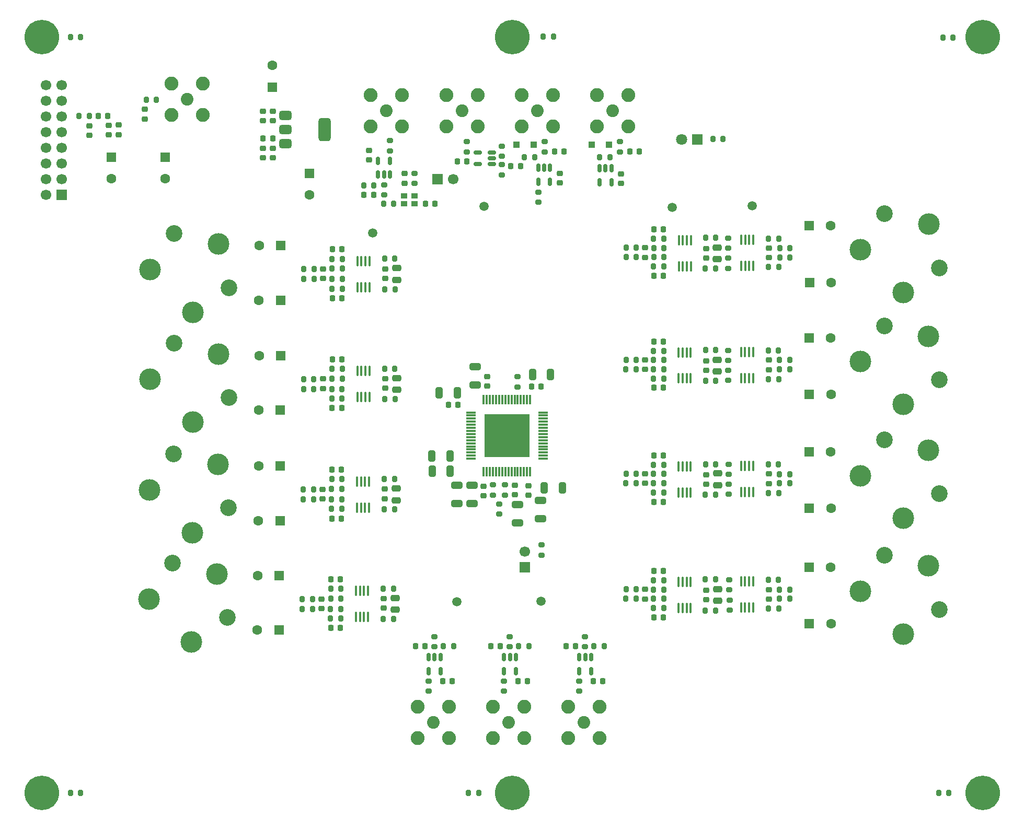
<source format=gbr>
%TF.GenerationSoftware,KiCad,Pcbnew,9.0.1*%
%TF.CreationDate,2025-06-08T13:48:49-07:00*%
%TF.ProjectId,pcm3168a_euro1,70636d33-3136-4386-915f-6575726f312e,rev?*%
%TF.SameCoordinates,Original*%
%TF.FileFunction,Soldermask,Top*%
%TF.FilePolarity,Negative*%
%FSLAX46Y46*%
G04 Gerber Fmt 4.6, Leading zero omitted, Abs format (unit mm)*
G04 Created by KiCad (PCBNEW 9.0.1) date 2025-06-08 13:48:49*
%MOMM*%
%LPD*%
G01*
G04 APERTURE LIST*
G04 Aperture macros list*
%AMRoundRect*
0 Rectangle with rounded corners*
0 $1 Rounding radius*
0 $2 $3 $4 $5 $6 $7 $8 $9 X,Y pos of 4 corners*
0 Add a 4 corners polygon primitive as box body*
4,1,4,$2,$3,$4,$5,$6,$7,$8,$9,$2,$3,0*
0 Add four circle primitives for the rounded corners*
1,1,$1+$1,$2,$3*
1,1,$1+$1,$4,$5*
1,1,$1+$1,$6,$7*
1,1,$1+$1,$8,$9*
0 Add four rect primitives between the rounded corners*
20,1,$1+$1,$2,$3,$4,$5,0*
20,1,$1+$1,$4,$5,$6,$7,0*
20,1,$1+$1,$6,$7,$8,$9,0*
20,1,$1+$1,$8,$9,$2,$3,0*%
G04 Aperture macros list end*
%ADD10C,0.000000*%
%ADD11R,1.600000X1.600000*%
%ADD12C,1.600000*%
%ADD13RoundRect,0.200000X0.200000X0.275000X-0.200000X0.275000X-0.200000X-0.275000X0.200000X-0.275000X0*%
%ADD14RoundRect,0.200000X-0.200000X-0.275000X0.200000X-0.275000X0.200000X0.275000X-0.200000X0.275000X0*%
%ADD15RoundRect,0.150000X-0.150000X0.512500X-0.150000X-0.512500X0.150000X-0.512500X0.150000X0.512500X0*%
%ADD16RoundRect,0.200000X0.275000X-0.200000X0.275000X0.200000X-0.275000X0.200000X-0.275000X-0.200000X0*%
%ADD17RoundRect,0.250000X-0.650000X0.325000X-0.650000X-0.325000X0.650000X-0.325000X0.650000X0.325000X0*%
%ADD18RoundRect,0.225000X0.250000X-0.225000X0.250000X0.225000X-0.250000X0.225000X-0.250000X-0.225000X0*%
%ADD19RoundRect,0.225000X-0.225000X-0.250000X0.225000X-0.250000X0.225000X0.250000X-0.225000X0.250000X0*%
%ADD20C,3.500000*%
%ADD21C,2.700000*%
%ADD22RoundRect,0.225000X-0.250000X0.225000X-0.250000X-0.225000X0.250000X-0.225000X0.250000X0.225000X0*%
%ADD23RoundRect,0.250000X-0.475000X0.250000X-0.475000X-0.250000X0.475000X-0.250000X0.475000X0.250000X0*%
%ADD24RoundRect,0.200000X-0.275000X0.200000X-0.275000X-0.200000X0.275000X-0.200000X0.275000X0.200000X0*%
%ADD25C,2.050000*%
%ADD26C,2.250000*%
%ADD27C,5.600000*%
%ADD28RoundRect,0.225000X0.225000X0.250000X-0.225000X0.250000X-0.225000X-0.250000X0.225000X-0.250000X0*%
%ADD29RoundRect,0.100000X0.100000X-0.712500X0.100000X0.712500X-0.100000X0.712500X-0.100000X-0.712500X0*%
%ADD30RoundRect,0.250000X0.650000X-0.325000X0.650000X0.325000X-0.650000X0.325000X-0.650000X-0.325000X0*%
%ADD31R,1.700000X1.700000*%
%ADD32C,1.700000*%
%ADD33R,1.100000X0.900000*%
%ADD34C,1.500000*%
%ADD35RoundRect,0.218750X-0.218750X-0.256250X0.218750X-0.256250X0.218750X0.256250X-0.218750X0.256250X0*%
%ADD36RoundRect,0.250000X0.325000X0.650000X-0.325000X0.650000X-0.325000X-0.650000X0.325000X-0.650000X0*%
%ADD37R,0.299999X1.649999*%
%ADD38R,1.649999X0.299999*%
%ADD39C,3.352800*%
%ADD40RoundRect,0.375000X-0.625000X-0.375000X0.625000X-0.375000X0.625000X0.375000X-0.625000X0.375000X0*%
%ADD41RoundRect,0.500000X-0.500000X-1.400000X0.500000X-1.400000X0.500000X1.400000X-0.500000X1.400000X0*%
%ADD42RoundRect,0.250000X-0.325000X-0.650000X0.325000X-0.650000X0.325000X0.650000X-0.325000X0.650000X0*%
%ADD43RoundRect,0.150000X0.512500X0.150000X-0.512500X0.150000X-0.512500X-0.150000X0.512500X-0.150000X0*%
%ADD44RoundRect,0.150000X0.150000X-0.512500X0.150000X0.512500X-0.150000X0.512500X-0.150000X-0.512500X0*%
%ADD45RoundRect,0.250000X0.300000X0.300000X-0.300000X0.300000X-0.300000X-0.300000X0.300000X-0.300000X0*%
%ADD46R,1.800000X1.800000*%
%ADD47C,1.800000*%
G04 APERTURE END LIST*
D10*
%TO.C,U1*%
G36*
X170258030Y-132739871D02*
G01*
X170264596Y-132741863D01*
X170270646Y-132745096D01*
X170275950Y-132749450D01*
X170280303Y-132754753D01*
X170283537Y-132760804D01*
X170285528Y-132767370D01*
X170286201Y-132774200D01*
X170286201Y-139704198D01*
X170285528Y-139711028D01*
X170283537Y-139717594D01*
X170280303Y-139723645D01*
X170275950Y-139728948D01*
X170270646Y-139733302D01*
X170264596Y-139736535D01*
X170258030Y-139738527D01*
X170251200Y-139739200D01*
X163061202Y-139739200D01*
X163054372Y-139738527D01*
X163047806Y-139736535D01*
X163041756Y-139733302D01*
X163036452Y-139728948D01*
X163032099Y-139723645D01*
X163028865Y-139717594D01*
X163026874Y-139711028D01*
X163026201Y-139704198D01*
X163026201Y-132774200D01*
X163026874Y-132767370D01*
X163028865Y-132760804D01*
X163032099Y-132754753D01*
X163036452Y-132749450D01*
X163041756Y-132745096D01*
X163047806Y-132741863D01*
X163054372Y-132739871D01*
X163061202Y-132739198D01*
X170251200Y-132739198D01*
X170258030Y-132739871D01*
G37*
%TD*%
D11*
%TO.C,C80*%
X129792400Y-158939501D03*
D12*
X126292400Y-158939501D03*
%TD*%
D11*
%TO.C,C119*%
X215633300Y-166763700D03*
D12*
X219133300Y-166763700D03*
%TD*%
D13*
%TO.C,R6*%
X238899200Y-71729600D03*
X237249200Y-71729600D03*
%TD*%
%TO.C,R69*%
X139894600Y-148145999D03*
X138244600Y-148145999D03*
%TD*%
D14*
%TO.C,R81*%
X146651000Y-165975300D03*
X148301000Y-165975300D03*
%TD*%
D15*
%TO.C,U8*%
X168094700Y-172128600D03*
X167144700Y-172128600D03*
X166194700Y-172128600D03*
X166194700Y-174403600D03*
X168094700Y-174403600D03*
%TD*%
D16*
%TO.C,R106*%
X202514200Y-127317000D03*
X202514200Y-125667000D03*
%TD*%
D13*
%TO.C,R8*%
X238238800Y-194183000D03*
X236588800Y-194183000D03*
%TD*%
%TO.C,R51*%
X139950600Y-130251699D03*
X138300600Y-130251699D03*
%TD*%
D17*
%TO.C,C7*%
X172132600Y-146744198D03*
X172132600Y-149694198D03*
%TD*%
D14*
%TO.C,R23*%
X181694100Y-91099700D03*
X183344100Y-91099700D03*
%TD*%
D11*
%TO.C,C46*%
X134696700Y-93752900D03*
D12*
X134696700Y-97252900D03*
%TD*%
D18*
%TO.C,C92*%
X198931300Y-107479200D03*
X198931300Y-105929200D03*
%TD*%
D19*
%TO.C,C77*%
X138294800Y-149695399D03*
X139844800Y-149695399D03*
%TD*%
D20*
%TO.C,J21*%
X119855000Y-140907000D03*
D21*
X121565000Y-147977000D03*
D20*
X115745000Y-151957000D03*
X108805000Y-145017000D03*
D21*
X112685000Y-139197000D03*
%TD*%
D18*
%TO.C,C4*%
X167941600Y-145808598D03*
X167941600Y-144258598D03*
%TD*%
D11*
%TO.C,C102*%
X215582500Y-120383300D03*
D12*
X219082500Y-120383300D03*
%TD*%
D14*
%TO.C,R36*%
X143467100Y-95697100D03*
X145117100Y-95697100D03*
%TD*%
D22*
%TO.C,C82*%
X136630200Y-162711100D03*
X136630200Y-164261100D03*
%TD*%
D13*
%TO.C,R77*%
X139728000Y-165899100D03*
X138078000Y-165899100D03*
%TD*%
D23*
%TO.C,C93*%
X200685400Y-105741200D03*
X200685400Y-107641200D03*
%TD*%
D24*
%TO.C,R105*%
X202463400Y-122415800D03*
X202463400Y-124065800D03*
%TD*%
D13*
%TO.C,R100*%
X192046900Y-126998500D03*
X190396900Y-126998500D03*
%TD*%
D11*
%TO.C,C74*%
X129908200Y-150025599D03*
D12*
X126408200Y-150025599D03*
%TD*%
D25*
%TO.C,J9*%
X183801300Y-83555900D03*
D26*
X186341300Y-81015900D03*
X181261300Y-81015900D03*
X186341300Y-86095900D03*
X181261300Y-86095900D03*
%TD*%
D27*
%TO.C,H6*%
X243700300Y-194171100D03*
%TD*%
D13*
%TO.C,R38*%
X148316500Y-98694300D03*
X146666500Y-98694300D03*
%TD*%
%TO.C,R82*%
X187615100Y-105802200D03*
X185965100Y-105802200D03*
%TD*%
%TO.C,R66*%
X135335800Y-144971000D03*
X133685800Y-144971000D03*
%TD*%
D28*
%TO.C,C90*%
X192023100Y-102830400D03*
X190473100Y-102830400D03*
%TD*%
D29*
%TO.C,U20*%
X194465300Y-145443200D03*
X195115300Y-145443200D03*
X195765300Y-145443200D03*
X196415300Y-145443200D03*
X196415300Y-141218200D03*
X195765300Y-141218200D03*
X195115300Y-141218200D03*
X194465300Y-141218200D03*
%TD*%
D13*
%TO.C,R70*%
X139920000Y-144894800D03*
X138270000Y-144894800D03*
%TD*%
D28*
%TO.C,C23*%
X153402300Y-170390400D03*
X151852300Y-170390400D03*
%TD*%
D13*
%TO.C,R101*%
X192060100Y-124001300D03*
X190410100Y-124001300D03*
%TD*%
D29*
%TO.C,U17*%
X204611100Y-108767100D03*
X205261100Y-108767100D03*
X205911100Y-108767100D03*
X206561100Y-108767100D03*
X206561100Y-104542100D03*
X205911100Y-104542100D03*
X205261100Y-104542100D03*
X204611100Y-104542100D03*
%TD*%
D13*
%TO.C,R111*%
X187589700Y-142441700D03*
X185939700Y-142441700D03*
%TD*%
D24*
%TO.C,R33*%
X153985900Y-176030200D03*
X153985900Y-177680200D03*
%TD*%
D14*
%TO.C,R108*%
X209015100Y-127114300D03*
X210665100Y-127114300D03*
%TD*%
D11*
%TO.C,C73*%
X129959000Y-141186400D03*
D12*
X126459000Y-141186400D03*
%TD*%
D15*
%TO.C,U5*%
X155890900Y-172128600D03*
X154940900Y-172128600D03*
X153990900Y-172128600D03*
X153990900Y-174403600D03*
X155890900Y-174403600D03*
%TD*%
D13*
%TO.C,R124*%
X212457300Y-143979900D03*
X210807300Y-143979900D03*
%TD*%
D14*
%TO.C,R2*%
X138342000Y-107607600D03*
X139992000Y-107607600D03*
%TD*%
D16*
%TO.C,R90*%
X164376000Y-145884400D03*
X164376000Y-144234400D03*
%TD*%
D14*
%TO.C,R104*%
X198819000Y-127355600D03*
X200469000Y-127355600D03*
%TD*%
D13*
%TO.C,R128*%
X192046900Y-164184100D03*
X190396900Y-164184100D03*
%TD*%
D19*
%TO.C,C84*%
X138128200Y-167448500D03*
X139678200Y-167448500D03*
%TD*%
D13*
%TO.C,R48*%
X135391800Y-127076700D03*
X133741800Y-127076700D03*
%TD*%
D16*
%TO.C,R134*%
X202717400Y-164553400D03*
X202717400Y-162903400D03*
%TD*%
D11*
%TO.C,C42*%
X102577900Y-91123500D03*
D12*
X102577900Y-94623500D03*
%TD*%
D14*
%TO.C,R76*%
X138104400Y-161073101D03*
X139754400Y-161073101D03*
%TD*%
D20*
%TO.C,J26*%
X234957900Y-138619500D03*
D21*
X236667900Y-145689500D03*
D20*
X230847900Y-149669500D03*
X223907900Y-142729500D03*
D21*
X227787900Y-136909500D03*
%TD*%
D19*
%TO.C,C98*%
X190447700Y-128497100D03*
X191997700Y-128497100D03*
%TD*%
D14*
%TO.C,R118*%
X198793600Y-145796000D03*
X200443600Y-145796000D03*
%TD*%
D13*
%TO.C,R114*%
X192046900Y-145464300D03*
X190396900Y-145464300D03*
%TD*%
D27*
%TO.C,H1*%
X91300300Y-71667100D03*
%TD*%
D14*
%TO.C,R29*%
X169502100Y-91099700D03*
X171152100Y-91099700D03*
%TD*%
%TO.C,R59*%
X133743600Y-110858799D03*
X135393600Y-110858799D03*
%TD*%
D30*
%TO.C,C1*%
X161515400Y-128056998D03*
X161515400Y-125106998D03*
%TD*%
D24*
%TO.C,R30*%
X171761700Y-96764900D03*
X171761700Y-98414900D03*
%TD*%
D14*
%TO.C,R99*%
X190396900Y-122502700D03*
X192046900Y-122502700D03*
%TD*%
D28*
%TO.C,C19*%
X177798100Y-170390400D03*
X176248100Y-170390400D03*
%TD*%
%TO.C,C5*%
X172184000Y-128281998D03*
X170634000Y-128281998D03*
%TD*%
D22*
%TO.C,C44*%
X108038900Y-83351100D03*
X108038900Y-84901100D03*
%TD*%
D31*
%TO.C,J8*%
X169595800Y-157561200D03*
D32*
X169595800Y-155021200D03*
%TD*%
D24*
%TO.C,R24*%
X168389200Y-126721600D03*
X168389200Y-128371600D03*
%TD*%
D25*
%TO.C,J10*%
X179149100Y-182733500D03*
D26*
X176609100Y-185273500D03*
X181689100Y-185273500D03*
X176609100Y-180193500D03*
X181689100Y-180193500D03*
%TD*%
D29*
%TO.C,U22*%
X194465300Y-164163000D03*
X195115300Y-164163000D03*
X195765300Y-164163000D03*
X196415300Y-164163000D03*
X196415300Y-159938000D03*
X195765300Y-159938000D03*
X195115300Y-159938000D03*
X194465300Y-159938000D03*
%TD*%
D13*
%TO.C,R115*%
X192060100Y-142467100D03*
X190410100Y-142467100D03*
%TD*%
D16*
%TO.C,R35*%
X146742700Y-97220100D03*
X146742700Y-95570100D03*
%TD*%
D33*
%TO.C,Y1*%
X151693900Y-97373500D03*
X149993900Y-97373500D03*
X149993900Y-98673500D03*
X151693900Y-98673500D03*
%TD*%
D16*
%TO.C,R94*%
X202463400Y-109130600D03*
X202463400Y-107480600D03*
%TD*%
D25*
%TO.C,J11*%
X171609300Y-83555900D03*
D26*
X174149300Y-81015900D03*
X169069300Y-81015900D03*
X174149300Y-86095900D03*
X169069300Y-86095900D03*
%TD*%
D23*
%TO.C,C86*%
X148568200Y-162573900D03*
X148568200Y-164473900D03*
%TD*%
D34*
%TO.C,TP4*%
X162941000Y-99110800D03*
%TD*%
D13*
%TO.C,R109*%
X212456300Y-124015500D03*
X210806300Y-124015500D03*
%TD*%
D28*
%TO.C,C29*%
X165606100Y-170390400D03*
X164056100Y-170390400D03*
%TD*%
D19*
%TO.C,C17*%
X186543900Y-90159900D03*
X188093900Y-90159900D03*
%TD*%
D13*
%TO.C,R125*%
X187589700Y-161161500D03*
X185939700Y-161161500D03*
%TD*%
D19*
%TO.C,C114*%
X190447700Y-165682700D03*
X191997700Y-165682700D03*
%TD*%
D18*
%TO.C,C85*%
X146714000Y-164223300D03*
X146714000Y-162673300D03*
%TD*%
D13*
%TO.C,R137*%
X212456300Y-161201100D03*
X210806300Y-161201100D03*
%TD*%
D35*
%TO.C,L1*%
X100444100Y-84443300D03*
X102019100Y-84443300D03*
%TD*%
D14*
%TO.C,R3*%
X95974400Y-71653400D03*
X97624400Y-71653400D03*
%TD*%
D24*
%TO.C,R22*%
X184995100Y-88586100D03*
X184995100Y-90236100D03*
%TD*%
D19*
%TO.C,C39*%
X138350800Y-131801099D03*
X139900800Y-131801099D03*
%TD*%
D20*
%TO.C,J24*%
X234983300Y-101980000D03*
D21*
X236693300Y-109050000D03*
D20*
X230873300Y-113030000D03*
X223933300Y-106090000D03*
D21*
X227813300Y-100270000D03*
%TD*%
D20*
%TO.C,J22*%
X119688400Y-158660101D03*
D21*
X121398400Y-165730101D03*
D20*
X115578400Y-169710101D03*
X108638400Y-162770101D03*
D21*
X112518400Y-156950101D03*
%TD*%
D18*
%TO.C,C78*%
X146880600Y-146470199D03*
X146880600Y-144920199D03*
%TD*%
D27*
%TO.C,H5*%
X167500300Y-194171100D03*
%TD*%
D13*
%TO.C,R87*%
X192097700Y-107326200D03*
X190447700Y-107326200D03*
%TD*%
D14*
%TO.C,R65*%
X146888600Y-112509799D03*
X148538600Y-112509799D03*
%TD*%
D28*
%TO.C,C32*%
X139928800Y-106032800D03*
X138378800Y-106032800D03*
%TD*%
D34*
%TO.C,TP3*%
X193471800Y-99237800D03*
%TD*%
D11*
%TO.C,C87*%
X215607900Y-102209600D03*
D12*
X219107900Y-102209600D03*
%TD*%
D25*
%TO.C,J19*%
X114820700Y-81700100D03*
D26*
X112280700Y-79160100D03*
X112280700Y-84240100D03*
X117360700Y-79160100D03*
X117360700Y-84240100D03*
%TD*%
D14*
%TO.C,R92*%
X209040500Y-108940600D03*
X210690500Y-108940600D03*
%TD*%
D19*
%TO.C,C10*%
X157171400Y-131279198D03*
X158721400Y-131279198D03*
%TD*%
D13*
%TO.C,R52*%
X139976000Y-127000500D03*
X138326000Y-127000500D03*
%TD*%
D29*
%TO.C,U18*%
X194465300Y-126977400D03*
X195115300Y-126977400D03*
X195765300Y-126977400D03*
X196415300Y-126977400D03*
X196415300Y-122752400D03*
X195765300Y-122752400D03*
X195115300Y-122752400D03*
X194465300Y-122752400D03*
%TD*%
D19*
%TO.C,C24*%
X156220500Y-176080000D03*
X157770500Y-176080000D03*
%TD*%
D28*
%TO.C,C113*%
X191997700Y-158189700D03*
X190447700Y-158189700D03*
%TD*%
D14*
%TO.C,R73*%
X146817600Y-148222199D03*
X148467600Y-148222199D03*
%TD*%
D24*
%TO.C,R119*%
X202615800Y-140881600D03*
X202615800Y-142531600D03*
%TD*%
D13*
%TO.C,R116*%
X192072300Y-143965700D03*
X190422300Y-143965700D03*
%TD*%
D17*
%TO.C,C2*%
X168373400Y-147458998D03*
X168373400Y-150408998D03*
%TD*%
D36*
%TO.C,C15*%
X157481800Y-142011400D03*
X154531800Y-142011400D03*
%TD*%
D24*
%TO.C,R31*%
X154900300Y-168816600D03*
X154900300Y-170466600D03*
%TD*%
D13*
%TO.C,R95*%
X212481700Y-105841800D03*
X210831700Y-105841800D03*
%TD*%
D14*
%TO.C,R126*%
X185927500Y-162685500D03*
X187577500Y-162685500D03*
%TD*%
D16*
%TO.C,R44*%
X160184700Y-90259200D03*
X160184700Y-88609200D03*
%TD*%
D22*
%TO.C,C49*%
X102120700Y-85941300D03*
X102120700Y-87491300D03*
%TD*%
D24*
%TO.C,R133*%
X202692000Y-159601400D03*
X202692000Y-161251400D03*
%TD*%
D13*
%TO.C,R138*%
X212457300Y-162699700D03*
X210807300Y-162699700D03*
%TD*%
D18*
%TO.C,C22*%
X175190700Y-95291300D03*
X175190700Y-93741300D03*
%TD*%
%TO.C,C115*%
X198905900Y-162838500D03*
X198905900Y-161288500D03*
%TD*%
D13*
%TO.C,R61*%
X139965600Y-112433599D03*
X138315600Y-112433599D03*
%TD*%
D20*
%TO.C,J25*%
X234957900Y-120153700D03*
D21*
X236667900Y-127223700D03*
D20*
X230847900Y-131203700D03*
X223907900Y-124263700D03*
D21*
X227787900Y-118443700D03*
%TD*%
D18*
%TO.C,C40*%
X146936600Y-128575899D03*
X146936600Y-127025899D03*
%TD*%
%TO.C,C18*%
X185152200Y-95385800D03*
X185152200Y-93835800D03*
%TD*%
D22*
%TO.C,C47*%
X103771700Y-85915900D03*
X103771700Y-87465900D03*
%TD*%
D25*
%TO.C,J14*%
X166957100Y-182733500D03*
D26*
X164417100Y-185273500D03*
X169497100Y-185273500D03*
X164417100Y-180193500D03*
X169497100Y-180193500D03*
%TD*%
D28*
%TO.C,C38*%
X139913800Y-123850900D03*
X138363800Y-123850900D03*
%TD*%
D34*
%TO.C,TP2*%
X206349600Y-99009200D03*
%TD*%
D37*
%TO.C,U1*%
X162906201Y-142064199D03*
X163406202Y-142064199D03*
X163906201Y-142064199D03*
X164406200Y-142064199D03*
X164906202Y-142064199D03*
X165406201Y-142064199D03*
X165906200Y-142064199D03*
X166406201Y-142064199D03*
X166906201Y-142064199D03*
X167406202Y-142064199D03*
X167906201Y-142064199D03*
X168406200Y-142064199D03*
X168906202Y-142064199D03*
X169406201Y-142064199D03*
X169906202Y-142064199D03*
X170406201Y-142064199D03*
D38*
X172481201Y-139989199D03*
X172481201Y-139489198D03*
X172481201Y-138989199D03*
X172481201Y-138489200D03*
X172481201Y-137989198D03*
X172481201Y-137489199D03*
X172481201Y-136989200D03*
X172481201Y-136489199D03*
X172481201Y-135989199D03*
X172481201Y-135489198D03*
X172481201Y-134989199D03*
X172481201Y-134489200D03*
X172481201Y-133989198D03*
X172481201Y-133489199D03*
X172481201Y-132989198D03*
X172481201Y-132489199D03*
D37*
X170406201Y-130414199D03*
X169906202Y-130414199D03*
X169406201Y-130414199D03*
X168906202Y-130414199D03*
X168406200Y-130414199D03*
X167906201Y-130414199D03*
X167406202Y-130414199D03*
X166906201Y-130414199D03*
X166406201Y-130414199D03*
X165906200Y-130414199D03*
X165406201Y-130414199D03*
X164906202Y-130414199D03*
X164406200Y-130414199D03*
X163906201Y-130414199D03*
X163406202Y-130414199D03*
X162906201Y-130414199D03*
D38*
X160831201Y-132489199D03*
X160831201Y-132989198D03*
X160831201Y-133489199D03*
X160831201Y-133989198D03*
X160831201Y-134489200D03*
X160831201Y-134989199D03*
X160831201Y-135489198D03*
X160831201Y-135989199D03*
X160831201Y-136489199D03*
X160831201Y-136989200D03*
X160831201Y-137489199D03*
X160831201Y-137989198D03*
X160831201Y-138489200D03*
X160831201Y-138989199D03*
X160831201Y-139489198D03*
X160831201Y-139989199D03*
D39*
X164956201Y-134639199D03*
%TD*%
D16*
%TO.C,R37*%
X147707900Y-90082700D03*
X147707900Y-88432700D03*
%TD*%
D22*
%TO.C,C89*%
X189025300Y-105801600D03*
X189025300Y-107351600D03*
%TD*%
%TO.C,C48*%
X128778700Y-89643800D03*
X128778700Y-91193800D03*
%TD*%
D28*
%TO.C,C97*%
X191997700Y-121004100D03*
X190447700Y-121004100D03*
%TD*%
D24*
%TO.C,R19*%
X172237400Y-153988000D03*
X172237400Y-155638000D03*
%TD*%
D14*
%TO.C,R57*%
X108217700Y-81827100D03*
X109867700Y-81827100D03*
%TD*%
D13*
%TO.C,R72*%
X148442200Y-143269200D03*
X146792200Y-143269200D03*
%TD*%
D25*
%TO.C,J12*%
X154753300Y-182733500D03*
D26*
X152213300Y-185273500D03*
X157293300Y-185273500D03*
X152213300Y-180193500D03*
X157293300Y-180193500D03*
%TD*%
D14*
%TO.C,R136*%
X209015100Y-164299900D03*
X210665100Y-164299900D03*
%TD*%
D40*
%TO.C,U12*%
X130810100Y-84340900D03*
X130810100Y-86640900D03*
X130810100Y-88940900D03*
D41*
X137110100Y-86640900D03*
%TD*%
D24*
%TO.C,R43*%
X165868900Y-89334900D03*
X165868900Y-90984900D03*
%TD*%
D18*
%TO.C,C9*%
X162887000Y-145974598D03*
X162887000Y-144424598D03*
%TD*%
D11*
%TO.C,C31*%
X130030000Y-105474000D03*
D12*
X126530000Y-105474000D03*
%TD*%
D13*
%TO.C,R110*%
X212457300Y-125514100D03*
X210807300Y-125514100D03*
%TD*%
D28*
%TO.C,C26*%
X145066900Y-97221100D03*
X143516900Y-97221100D03*
%TD*%
%TO.C,C34*%
X160172400Y-91770200D03*
X158622400Y-91770200D03*
%TD*%
D18*
%TO.C,C95*%
X209091300Y-107378800D03*
X209091300Y-105828800D03*
%TD*%
D24*
%TO.C,R41*%
X166189700Y-176030200D03*
X166189700Y-177680200D03*
%TD*%
D14*
%TO.C,R84*%
X190422300Y-104329000D03*
X192072300Y-104329000D03*
%TD*%
D29*
%TO.C,U19*%
X204585700Y-126940800D03*
X205235700Y-126940800D03*
X205885700Y-126940800D03*
X206535700Y-126940800D03*
X206535700Y-122715800D03*
X205885700Y-122715800D03*
X205235700Y-122715800D03*
X204585700Y-122715800D03*
%TD*%
D19*
%TO.C,C33*%
X167291300Y-92572900D03*
X168841300Y-92572900D03*
%TD*%
D16*
%TO.C,R20*%
X166331800Y-145884400D03*
X166331800Y-144234400D03*
%TD*%
D14*
%TO.C,R83*%
X185952900Y-107326200D03*
X187602900Y-107326200D03*
%TD*%
D13*
%TO.C,R80*%
X148275600Y-161022301D03*
X146625600Y-161022301D03*
%TD*%
%TO.C,R96*%
X212482700Y-107340400D03*
X210832700Y-107340400D03*
%TD*%
%TO.C,R71*%
X139907800Y-146596599D03*
X138257800Y-146596599D03*
%TD*%
%TO.C,R64*%
X148513200Y-107556800D03*
X146863200Y-107556800D03*
%TD*%
%TO.C,R85*%
X192072300Y-108824800D03*
X190422300Y-108824800D03*
%TD*%
%TO.C,R58*%
X135406800Y-109258600D03*
X133756800Y-109258600D03*
%TD*%
D24*
%TO.C,R25*%
X179296100Y-168816600D03*
X179296100Y-170466600D03*
%TD*%
D13*
%TO.C,R121*%
X210640700Y-140931900D03*
X208990700Y-140931900D03*
%TD*%
%TO.C,R26*%
X182419300Y-170390400D03*
X180769300Y-170390400D03*
%TD*%
D42*
%TO.C,C8*%
X170782800Y-126326198D03*
X173732800Y-126326198D03*
%TD*%
D13*
%TO.C,R54*%
X148498200Y-125374900D03*
X146848200Y-125374900D03*
%TD*%
D18*
%TO.C,C94*%
X150050500Y-95327500D03*
X150050500Y-93777500D03*
%TD*%
D24*
%TO.C,R28*%
X172803100Y-88586100D03*
X172803100Y-90236100D03*
%TD*%
D13*
%TO.C,R40*%
X170227300Y-170390400D03*
X168577300Y-170390400D03*
%TD*%
D14*
%TO.C,R50*%
X138327000Y-125425700D03*
X139977000Y-125425700D03*
%TD*%
D11*
%TO.C,C88*%
X215658700Y-111404400D03*
D12*
X219158700Y-111404400D03*
%TD*%
D25*
%TO.C,J15*%
X159417300Y-83555900D03*
D26*
X161957300Y-81015900D03*
X156877300Y-81015900D03*
X161957300Y-86095900D03*
X156877300Y-86095900D03*
%TD*%
D18*
%TO.C,C107*%
X198905900Y-144118700D03*
X198905900Y-142568700D03*
%TD*%
D24*
%TO.C,R34*%
X151676100Y-93727700D03*
X151676100Y-95377700D03*
%TD*%
D28*
%TO.C,C105*%
X191997700Y-139469900D03*
X190447700Y-139469900D03*
%TD*%
D29*
%TO.C,U13*%
X142434800Y-112183899D03*
X143084800Y-112183899D03*
X143734800Y-112183899D03*
X144384800Y-112183899D03*
X144384800Y-107958899D03*
X143734800Y-107958899D03*
X143084800Y-107958899D03*
X142434800Y-107958899D03*
%TD*%
D13*
%TO.C,R88*%
X200469000Y-104190800D03*
X198819000Y-104190800D03*
%TD*%
D20*
%TO.C,J17*%
X119911000Y-123012700D03*
D21*
X121621000Y-130082700D03*
D20*
X115801000Y-134062700D03*
X108861000Y-127122700D03*
D21*
X112741000Y-121302700D03*
%TD*%
D29*
%TO.C,U23*%
X204585700Y-164126400D03*
X205235700Y-164126400D03*
X205885700Y-164126400D03*
X206535700Y-164126400D03*
X206535700Y-159901400D03*
X205885700Y-159901400D03*
X205235700Y-159901400D03*
X204585700Y-159901400D03*
%TD*%
D13*
%TO.C,R32*%
X158023500Y-170390400D03*
X156373500Y-170390400D03*
%TD*%
%TO.C,R131*%
X200443600Y-159562800D03*
X198793600Y-159562800D03*
%TD*%
D23*
%TO.C,C72*%
X148805800Y-109108399D03*
X148805800Y-111008399D03*
%TD*%
D13*
%TO.C,R63*%
X139978800Y-110884199D03*
X138328800Y-110884199D03*
%TD*%
D18*
%TO.C,C27*%
X144304300Y-91532100D03*
X144304300Y-89982100D03*
%TD*%
D22*
%TO.C,C96*%
X188999900Y-123975300D03*
X188999900Y-125525300D03*
%TD*%
D14*
%TO.C,R75*%
X133506000Y-164324300D03*
X135156000Y-164324300D03*
%TD*%
D19*
%TO.C,C21*%
X174351900Y-90159900D03*
X175901900Y-90159900D03*
%TD*%
%TO.C,C20*%
X180616300Y-176080000D03*
X182166300Y-176080000D03*
%TD*%
D14*
%TO.C,R98*%
X185927500Y-125499900D03*
X187577500Y-125499900D03*
%TD*%
D25*
%TO.C,J13*%
X147149100Y-83581300D03*
D26*
X149689100Y-86121300D03*
X149689100Y-81041300D03*
X144609100Y-86121300D03*
X144609100Y-81041300D03*
%TD*%
D22*
%TO.C,C50*%
X127178500Y-89669200D03*
X127178500Y-91219200D03*
%TD*%
D13*
%TO.C,R123*%
X212456300Y-142481300D03*
X210806300Y-142481300D03*
%TD*%
D19*
%TO.C,C30*%
X168424300Y-176080000D03*
X169974300Y-176080000D03*
%TD*%
D29*
%TO.C,U11*%
X142419800Y-130001999D03*
X143069800Y-130001999D03*
X143719800Y-130001999D03*
X144369800Y-130001999D03*
X144369800Y-125776999D03*
X143719800Y-125776999D03*
X143069800Y-125776999D03*
X142419800Y-125776999D03*
%TD*%
D15*
%TO.C,U3*%
X180286700Y-172128600D03*
X179336700Y-172128600D03*
X178386700Y-172128600D03*
X178386700Y-174403600D03*
X180286700Y-174403600D03*
%TD*%
D13*
%TO.C,R91*%
X210666100Y-104292400D03*
X209016100Y-104292400D03*
%TD*%
D23*
%TO.C,C100*%
X200710800Y-123941800D03*
X200710800Y-125841800D03*
%TD*%
D18*
%TO.C,C117*%
X209065900Y-162738100D03*
X209065900Y-161188100D03*
%TD*%
%TO.C,C109*%
X209065900Y-144018300D03*
X209065900Y-142468300D03*
%TD*%
D43*
%TO.C,U9*%
X164187000Y-92227500D03*
X164187000Y-91277500D03*
X164187000Y-90327500D03*
X161912000Y-90327500D03*
X161912000Y-92227500D03*
%TD*%
D17*
%TO.C,C14*%
X158569000Y-144282798D03*
X158569000Y-147232798D03*
%TD*%
D14*
%TO.C,R55*%
X146873600Y-130327899D03*
X148523600Y-130327899D03*
%TD*%
D18*
%TO.C,C99*%
X198905900Y-125652900D03*
X198905900Y-124102900D03*
%TD*%
D13*
%TO.C,R97*%
X187589700Y-123975900D03*
X185939700Y-123975900D03*
%TD*%
D18*
%TO.C,C65*%
X128727700Y-85207000D03*
X128727700Y-83657000D03*
%TD*%
D11*
%TO.C,C118*%
X215582500Y-157568900D03*
D12*
X219082500Y-157568900D03*
%TD*%
D14*
%TO.C,R56*%
X97358700Y-84468700D03*
X99008700Y-84468700D03*
%TD*%
D13*
%TO.C,R102*%
X192072300Y-125499900D03*
X190422300Y-125499900D03*
%TD*%
D22*
%TO.C,C75*%
X136796800Y-144957999D03*
X136796800Y-146507999D03*
%TD*%
D19*
%TO.C,C91*%
X190473100Y-110323400D03*
X192023100Y-110323400D03*
%TD*%
D36*
%TO.C,C16*%
X157456400Y-139573000D03*
X154506400Y-139573000D03*
%TD*%
D13*
%TO.C,R139*%
X201649600Y-88188800D03*
X199999600Y-88188800D03*
%TD*%
D29*
%TO.C,U14*%
X142363800Y-147896299D03*
X143013800Y-147896299D03*
X143663800Y-147896299D03*
X144313800Y-147896299D03*
X144313800Y-143671299D03*
X143663800Y-143671299D03*
X143013800Y-143671299D03*
X142363800Y-143671299D03*
%TD*%
D14*
%TO.C,R68*%
X138271000Y-143320000D03*
X139921000Y-143320000D03*
%TD*%
%TO.C,R127*%
X190396900Y-159688300D03*
X192046900Y-159688300D03*
%TD*%
D16*
%TO.C,R120*%
X202615800Y-145757400D03*
X202615800Y-144107400D03*
%TD*%
D18*
%TO.C,C62*%
X127178300Y-85231800D03*
X127178300Y-83681800D03*
%TD*%
D22*
%TO.C,C43*%
X99021900Y-86042900D03*
X99021900Y-87592900D03*
%TD*%
D11*
%TO.C,C35*%
X130015000Y-123292100D03*
D12*
X126515000Y-123292100D03*
%TD*%
D34*
%TO.C,TP1*%
X144907000Y-103403400D03*
%TD*%
D14*
%TO.C,R132*%
X198804300Y-164592000D03*
X200454300Y-164592000D03*
%TD*%
D36*
%TO.C,C11*%
X158598000Y-129323398D03*
X155648000Y-129323398D03*
%TD*%
D44*
%TO.C,U6*%
X145802900Y-93958900D03*
X146752900Y-93958900D03*
X147702900Y-93958900D03*
X147702900Y-91683900D03*
X145802900Y-91683900D03*
%TD*%
D13*
%TO.C,R107*%
X210640700Y-122466100D03*
X208990700Y-122466100D03*
%TD*%
D11*
%TO.C,C45*%
X111315500Y-91121849D03*
D12*
X111315500Y-94621849D03*
%TD*%
D34*
%TO.C,TP6*%
X158572200Y-163169600D03*
%TD*%
D11*
%TO.C,C111*%
X215633300Y-148043900D03*
D12*
X219133300Y-148043900D03*
%TD*%
D16*
%TO.C,R60*%
X165392000Y-148958800D03*
X165392000Y-147308800D03*
%TD*%
D29*
%TO.C,U21*%
X204585700Y-145406600D03*
X205235700Y-145406600D03*
X205885700Y-145406600D03*
X206535700Y-145406600D03*
X206535700Y-141181600D03*
X205885700Y-141181600D03*
X205235700Y-141181600D03*
X204585700Y-141181600D03*
%TD*%
D31*
%TO.C,J16*%
X155379500Y-94654100D03*
D32*
X157919500Y-94654100D03*
%TD*%
D15*
%TO.C,U2*%
X183577400Y-92907000D03*
X182627400Y-92907000D03*
X181677400Y-92907000D03*
X181677400Y-95182000D03*
X183577400Y-95182000D03*
%TD*%
D45*
%TO.C,D1*%
X183197700Y-89093100D03*
X180397700Y-89093100D03*
%TD*%
D14*
%TO.C,R122*%
X209015100Y-145580100D03*
X210665100Y-145580100D03*
%TD*%
D23*
%TO.C,C108*%
X200787000Y-142382200D03*
X200787000Y-144282200D03*
%TD*%
D29*
%TO.C,U16*%
X194490700Y-108803700D03*
X195140700Y-108803700D03*
X195790700Y-108803700D03*
X196440700Y-108803700D03*
X196440700Y-104578700D03*
X195790700Y-104578700D03*
X195140700Y-104578700D03*
X194490700Y-104578700D03*
%TD*%
D28*
%TO.C,C76*%
X139857800Y-141745200D03*
X138307800Y-141745200D03*
%TD*%
D18*
%TO.C,C6*%
X170176800Y-145909598D03*
X170176800Y-144359598D03*
%TD*%
D20*
%TO.C,J1*%
X119926000Y-105194600D03*
D21*
X121636000Y-112264600D03*
D20*
X115816000Y-116244600D03*
X108876000Y-109304600D03*
D21*
X112756000Y-103484600D03*
%TD*%
D29*
%TO.C,U15*%
X142197200Y-165649400D03*
X142847200Y-165649400D03*
X143497200Y-165649400D03*
X144147200Y-165649400D03*
X144147200Y-161424400D03*
X143497200Y-161424400D03*
X142847200Y-161424400D03*
X142197200Y-161424400D03*
%TD*%
D34*
%TO.C,TP5*%
X172186600Y-163093400D03*
%TD*%
D14*
%TO.C,R89*%
X198793600Y-109194600D03*
X200443600Y-109194600D03*
%TD*%
D17*
%TO.C,C12*%
X160982000Y-144335398D03*
X160982000Y-147285398D03*
%TD*%
D28*
%TO.C,C83*%
X139691200Y-159498301D03*
X138141200Y-159498301D03*
%TD*%
D14*
%TO.C,R112*%
X185927500Y-143965700D03*
X187577500Y-143965700D03*
%TD*%
%TO.C,R4*%
X95974400Y-194157600D03*
X97624400Y-194157600D03*
%TD*%
D27*
%TO.C,H4*%
X243700300Y-71667100D03*
%TD*%
D11*
%TO.C,C81*%
X129741600Y-167778700D03*
D12*
X126241600Y-167778700D03*
%TD*%
D19*
%TO.C,C106*%
X190447700Y-146962900D03*
X191997700Y-146962900D03*
%TD*%
D27*
%TO.C,H2*%
X91300300Y-194171100D03*
%TD*%
D18*
%TO.C,C71*%
X146951600Y-110757799D03*
X146951600Y-109207799D03*
%TD*%
D13*
%TO.C,R62*%
X139991000Y-109182400D03*
X138341000Y-109182400D03*
%TD*%
D15*
%TO.C,U4*%
X173615900Y-92812500D03*
X172665900Y-92812500D03*
X171715900Y-92812500D03*
X171715900Y-95087500D03*
X173615900Y-95087500D03*
%TD*%
D13*
%TO.C,R53*%
X139963800Y-128702299D03*
X138313800Y-128702299D03*
%TD*%
D16*
%TO.C,R42*%
X165843500Y-93982100D03*
X165843500Y-92332100D03*
%TD*%
D13*
%TO.C,R130*%
X192072300Y-162685500D03*
X190422300Y-162685500D03*
%TD*%
%TO.C,R129*%
X192060100Y-161186900D03*
X190410100Y-161186900D03*
%TD*%
D11*
%TO.C,C36*%
X129964200Y-132131299D03*
D12*
X126464200Y-132131299D03*
%TD*%
D13*
%TO.C,R74*%
X135169200Y-162724101D03*
X133519200Y-162724101D03*
%TD*%
D14*
%TO.C,R49*%
X133728600Y-128676899D03*
X135378600Y-128676899D03*
%TD*%
D23*
%TO.C,C116*%
X200787000Y-161127400D03*
X200787000Y-163027400D03*
%TD*%
D13*
%TO.C,R79*%
X139741200Y-164349700D03*
X138091200Y-164349700D03*
%TD*%
D14*
%TO.C,R113*%
X190396900Y-140968500D03*
X192046900Y-140968500D03*
%TD*%
D19*
%TO.C,C25*%
X153428100Y-98691700D03*
X154978100Y-98691700D03*
%TD*%
D27*
%TO.C,H3*%
X167500300Y-71667100D03*
%TD*%
D22*
%TO.C,C37*%
X136852800Y-127063699D03*
X136852800Y-128613699D03*
%TD*%
D11*
%TO.C,C110*%
X215582500Y-138849100D03*
D12*
X219082500Y-138849100D03*
%TD*%
D14*
%TO.C,R5*%
X172555400Y-71602600D03*
X174205400Y-71602600D03*
%TD*%
D24*
%TO.C,R93*%
X202463400Y-104229400D03*
X202463400Y-105879400D03*
%TD*%
D22*
%TO.C,C104*%
X188999900Y-142441100D03*
X188999900Y-143991100D03*
%TD*%
D35*
%TO.C,L2*%
X127152800Y-88102000D03*
X128727800Y-88102000D03*
%TD*%
D14*
%TO.C,R67*%
X133672600Y-146571199D03*
X135322600Y-146571199D03*
%TD*%
D11*
%TO.C,C59*%
X128702300Y-79757500D03*
D12*
X128702300Y-76257500D03*
%TD*%
D22*
%TO.C,C3*%
X163496600Y-126643398D03*
X163496600Y-128193398D03*
%TD*%
D23*
%TO.C,C79*%
X148734800Y-144820799D03*
X148734800Y-146720799D03*
%TD*%
D19*
%TO.C,C70*%
X138365800Y-113982999D03*
X139915800Y-113982999D03*
%TD*%
D13*
%TO.C,R103*%
X200494400Y-122351800D03*
X198844400Y-122351800D03*
%TD*%
%TO.C,R7*%
X162101800Y-194171100D03*
X160451800Y-194171100D03*
%TD*%
D24*
%TO.C,R27*%
X178381700Y-176030200D03*
X178381700Y-177680200D03*
%TD*%
%TO.C,R39*%
X167104100Y-168816600D03*
X167104100Y-170466600D03*
%TD*%
D13*
%TO.C,R78*%
X139753400Y-162647901D03*
X138103400Y-162647901D03*
%TD*%
D46*
%TO.C,D3*%
X197510400Y-88214200D03*
D47*
X194970400Y-88214200D03*
%TD*%
D22*
%TO.C,C112*%
X188999900Y-161160900D03*
X188999900Y-162710900D03*
%TD*%
D11*
%TO.C,C67*%
X129979200Y-114313199D03*
D12*
X126479200Y-114313199D03*
%TD*%
D42*
%TO.C,C13*%
X172664200Y-144690398D03*
X175614200Y-144690398D03*
%TD*%
D45*
%TO.C,D2*%
X171005700Y-89093100D03*
X168205700Y-89093100D03*
%TD*%
D20*
%TO.C,J27*%
X234957900Y-157339300D03*
D21*
X236667900Y-164409300D03*
D20*
X230847900Y-168389300D03*
X223907900Y-161449300D03*
D21*
X227787900Y-155629300D03*
%TD*%
D11*
%TO.C,C103*%
X215633300Y-129578100D03*
D12*
X219133300Y-129578100D03*
%TD*%
D22*
%TO.C,C68*%
X136867800Y-109245599D03*
X136867800Y-110795599D03*
%TD*%
D18*
%TO.C,C101*%
X209065900Y-125552500D03*
X209065900Y-124002500D03*
%TD*%
D13*
%TO.C,R117*%
X200494400Y-140868400D03*
X198844400Y-140868400D03*
%TD*%
%TO.C,R86*%
X192085500Y-105827600D03*
X190435500Y-105827600D03*
%TD*%
D23*
%TO.C,C41*%
X148790800Y-126926499D03*
X148790800Y-128826499D03*
%TD*%
D13*
%TO.C,R135*%
X210640700Y-159651700D03*
X208990700Y-159651700D03*
%TD*%
D31*
%TO.C,J18*%
X94551500Y-97194100D03*
D32*
X92011500Y-97194100D03*
X94551500Y-94654100D03*
X92011500Y-94654100D03*
X94551500Y-92114100D03*
X92011500Y-92114100D03*
X94551500Y-89574100D03*
X92011500Y-89574100D03*
X94551500Y-87034100D03*
X92011500Y-87034100D03*
X94551500Y-84494100D03*
X92011500Y-84494100D03*
X94551500Y-81954100D03*
X92011500Y-81954100D03*
X94551500Y-79414100D03*
X92011500Y-79414100D03*
%TD*%
M02*

</source>
